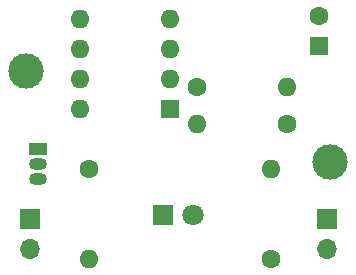
<source format=gbr>
%TF.GenerationSoftware,KiCad,Pcbnew,8.0.5*%
%TF.CreationDate,2025-07-22T16:27:51+02:00*%
%TF.ProjectId,LED_FADER,4c45445f-4641-4444-9552-2e6b69636164,rev?*%
%TF.SameCoordinates,Original*%
%TF.FileFunction,Soldermask,Top*%
%TF.FilePolarity,Negative*%
%FSLAX46Y46*%
G04 Gerber Fmt 4.6, Leading zero omitted, Abs format (unit mm)*
G04 Created by KiCad (PCBNEW 8.0.5) date 2025-07-22 16:27:51*
%MOMM*%
%LPD*%
G01*
G04 APERTURE LIST*
%ADD10C,1.600000*%
%ADD11O,1.600000X1.600000*%
%ADD12C,3.000000*%
%ADD13R,1.700000X1.700000*%
%ADD14O,1.700000X1.700000*%
%ADD15O,1.500000X1.050000*%
%ADD16R,1.500000X1.050000*%
%ADD17R,1.800000X1.800000*%
%ADD18C,1.800000*%
%ADD19R,1.600000X1.600000*%
G04 APERTURE END LIST*
D10*
%TO.C,R3*%
X139220000Y-101470000D03*
D11*
X146840000Y-101470000D03*
%TD*%
D10*
%TO.C,R4*%
X130110000Y-108440000D03*
D11*
X130110000Y-116060000D03*
%TD*%
D10*
%TO.C,R1*%
X145490000Y-116040000D03*
D11*
X145490000Y-108420000D03*
%TD*%
%TO.C,R2*%
X139240000Y-104610000D03*
D10*
X146860000Y-104610000D03*
%TD*%
D12*
%TO.C,REF\u002A\u002A*%
X150550000Y-107840000D03*
%TD*%
%TO.C,REF\u002A\u002A*%
X124800000Y-100170000D03*
%TD*%
D13*
%TO.C,J3*%
X125110000Y-112705000D03*
D14*
X125110000Y-115245000D03*
%TD*%
D15*
%TO.C,U2*%
X125780000Y-109320000D03*
X125780000Y-108050000D03*
D16*
X125780000Y-106780000D03*
%TD*%
D17*
%TO.C,D1*%
X136400000Y-112310000D03*
D18*
X138940000Y-112310000D03*
%TD*%
D19*
%TO.C,U1*%
X136960000Y-103330000D03*
D11*
X136960000Y-100790000D03*
X136960000Y-98250000D03*
X136960000Y-95710000D03*
X129340000Y-95710000D03*
X129340000Y-98250000D03*
X129340000Y-100790000D03*
X129340000Y-103330000D03*
%TD*%
D19*
%TO.C,C1*%
X149590000Y-98010000D03*
D10*
X149590000Y-95510000D03*
%TD*%
D13*
%TO.C,J2*%
X150280000Y-112665000D03*
D14*
X150280000Y-115205000D03*
%TD*%
M02*

</source>
